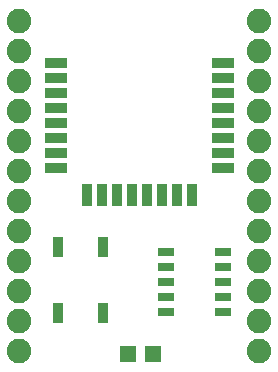
<source format=gbr>
G04 EAGLE Gerber RS-274X export*
G75*
%MOMM*%
%FSLAX34Y34*%
%LPD*%
%INSoldermask Top*%
%IPPOS*%
%AMOC8*
5,1,8,0,0,1.08239X$1,22.5*%
G01*
%ADD10C,2.082800*%
%ADD11R,1.981200X0.914400*%
%ADD12R,0.914400X1.981200*%
%ADD13R,0.965200X1.727200*%
%ADD14R,1.403200X1.403200*%
%ADD15R,1.473200X0.711200*%


D10*
X12700Y292100D03*
X12700Y266700D03*
X12700Y241300D03*
X12700Y215900D03*
X12700Y190500D03*
X12700Y165100D03*
X12700Y139700D03*
X12700Y114300D03*
X12700Y88900D03*
X12700Y63500D03*
X12700Y38100D03*
X12700Y12700D03*
X215900Y292100D03*
X215900Y266700D03*
X215900Y241300D03*
X215900Y215900D03*
X215900Y190500D03*
X215900Y165100D03*
X215900Y139700D03*
X215900Y114300D03*
X215900Y88900D03*
X215900Y63500D03*
X215900Y38100D03*
X215900Y12700D03*
D11*
X185420Y167380D03*
X185420Y180080D03*
X185420Y192780D03*
X185420Y205480D03*
X185420Y218180D03*
X185420Y230880D03*
X185420Y243580D03*
X185420Y256280D03*
D12*
X159220Y144780D03*
X146520Y144780D03*
X133820Y144780D03*
X121120Y144780D03*
X108420Y144780D03*
X95720Y144780D03*
X83020Y144780D03*
D11*
X44020Y167380D03*
X44020Y180080D03*
X44020Y192780D03*
X44020Y205480D03*
X44020Y218180D03*
X44020Y230880D03*
X44020Y243580D03*
X44020Y256280D03*
D12*
X70320Y144780D03*
D13*
X45720Y44450D03*
X45720Y100330D03*
X83820Y44450D03*
X83820Y100330D03*
D14*
X105070Y10160D03*
X126070Y10160D03*
D15*
X185420Y71120D03*
X185420Y58420D03*
X185420Y45720D03*
X185420Y83820D03*
X185420Y96520D03*
X137160Y96520D03*
X137160Y83820D03*
X137160Y71120D03*
X137160Y58420D03*
X137160Y45720D03*
M02*

</source>
